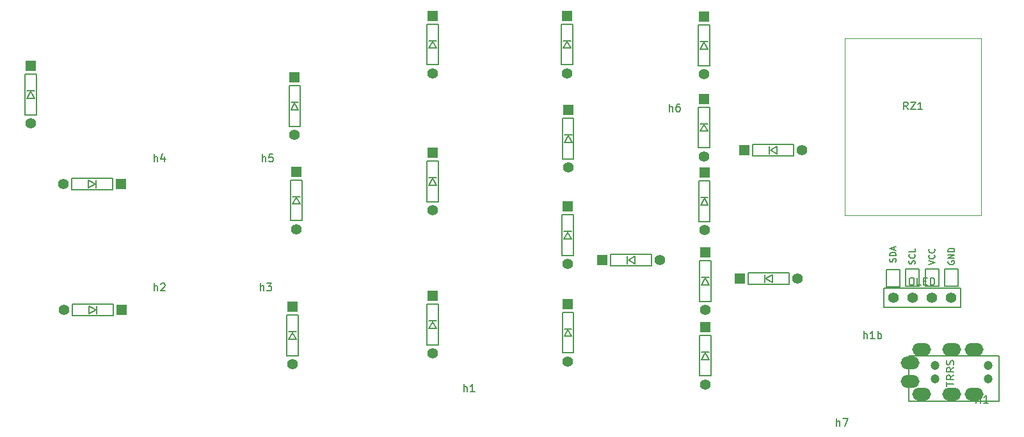
<source format=gto>
G04 #@! TF.GenerationSoftware,KiCad,Pcbnew,(6.0.7)*
G04 #@! TF.CreationDate,2022-09-10T18:50:32+02:00*
G04 #@! TF.ProjectId,chococorne,63686f63-6f63-46f7-926e-652e6b696361,2.1*
G04 #@! TF.SameCoordinates,Original*
G04 #@! TF.FileFunction,Legend,Top*
G04 #@! TF.FilePolarity,Positive*
%FSLAX46Y46*%
G04 Gerber Fmt 4.6, Leading zero omitted, Abs format (unit mm)*
G04 Created by KiCad (PCBNEW (6.0.7)) date 2022-09-10 18:50:32*
%MOMM*%
%LPD*%
G01*
G04 APERTURE LIST*
%ADD10C,0.150000*%
%ADD11C,0.120000*%
%ADD12R,1.397000X1.397000*%
%ADD13C,1.397000*%
%ADD14C,1.200000*%
%ADD15O,2.500000X1.700000*%
G04 APERTURE END LIST*
D10*
X180962380Y-101181904D02*
X180962380Y-100610476D01*
X181962380Y-100896190D02*
X180962380Y-100896190D01*
X181962380Y-99705714D02*
X181486190Y-100039047D01*
X181962380Y-100277142D02*
X180962380Y-100277142D01*
X180962380Y-99896190D01*
X181010000Y-99800952D01*
X181057619Y-99753333D01*
X181152857Y-99705714D01*
X181295714Y-99705714D01*
X181390952Y-99753333D01*
X181438571Y-99800952D01*
X181486190Y-99896190D01*
X181486190Y-100277142D01*
X181962380Y-98705714D02*
X181486190Y-99039047D01*
X181962380Y-99277142D02*
X180962380Y-99277142D01*
X180962380Y-98896190D01*
X181010000Y-98800952D01*
X181057619Y-98753333D01*
X181152857Y-98705714D01*
X181295714Y-98705714D01*
X181390952Y-98753333D01*
X181438571Y-98800952D01*
X181486190Y-98896190D01*
X181486190Y-99277142D01*
X181914761Y-98324761D02*
X181962380Y-98181904D01*
X181962380Y-97943809D01*
X181914761Y-97848571D01*
X181867142Y-97800952D01*
X181771904Y-97753333D01*
X181676666Y-97753333D01*
X181581428Y-97800952D01*
X181533809Y-97848571D01*
X181486190Y-97943809D01*
X181438571Y-98134285D01*
X181390952Y-98229523D01*
X181343333Y-98277142D01*
X181248095Y-98324761D01*
X181152857Y-98324761D01*
X181057619Y-98277142D01*
X181010000Y-98229523D01*
X180962380Y-98134285D01*
X180962380Y-97896190D01*
X181010000Y-97753333D01*
X178624895Y-85069733D02*
X179437695Y-84798800D01*
X178624895Y-84527866D01*
X179360285Y-83792476D02*
X179398990Y-83831180D01*
X179437695Y-83947295D01*
X179437695Y-84024704D01*
X179398990Y-84140819D01*
X179321580Y-84218228D01*
X179244171Y-84256933D01*
X179089352Y-84295638D01*
X178973238Y-84295638D01*
X178818419Y-84256933D01*
X178741009Y-84218228D01*
X178663600Y-84140819D01*
X178624895Y-84024704D01*
X178624895Y-83947295D01*
X178663600Y-83831180D01*
X178702304Y-83792476D01*
X179360285Y-82979676D02*
X179398990Y-83018380D01*
X179437695Y-83134495D01*
X179437695Y-83211904D01*
X179398990Y-83328019D01*
X179321580Y-83405428D01*
X179244171Y-83444133D01*
X179089352Y-83482838D01*
X178973238Y-83482838D01*
X178818419Y-83444133D01*
X178741009Y-83405428D01*
X178663600Y-83328019D01*
X178624895Y-83211904D01*
X178624895Y-83134495D01*
X178663600Y-83018380D01*
X178702304Y-82979676D01*
X176277619Y-86792380D02*
X176468095Y-86792380D01*
X176563333Y-86840000D01*
X176658571Y-86935238D01*
X176706190Y-87125714D01*
X176706190Y-87459047D01*
X176658571Y-87649523D01*
X176563333Y-87744761D01*
X176468095Y-87792380D01*
X176277619Y-87792380D01*
X176182380Y-87744761D01*
X176087142Y-87649523D01*
X176039523Y-87459047D01*
X176039523Y-87125714D01*
X176087142Y-86935238D01*
X176182380Y-86840000D01*
X176277619Y-86792380D01*
X177610952Y-87792380D02*
X177134761Y-87792380D01*
X177134761Y-86792380D01*
X177944285Y-87268571D02*
X178277619Y-87268571D01*
X178420476Y-87792380D02*
X177944285Y-87792380D01*
X177944285Y-86792380D01*
X178420476Y-86792380D01*
X178849047Y-87792380D02*
X178849047Y-86792380D01*
X179087142Y-86792380D01*
X179230000Y-86840000D01*
X179325238Y-86935238D01*
X179372857Y-87030476D01*
X179420476Y-87220952D01*
X179420476Y-87363809D01*
X179372857Y-87554285D01*
X179325238Y-87649523D01*
X179230000Y-87744761D01*
X179087142Y-87792380D01*
X178849047Y-87792380D01*
X176798990Y-84973619D02*
X176837695Y-84857504D01*
X176837695Y-84663980D01*
X176798990Y-84586571D01*
X176760285Y-84547866D01*
X176682876Y-84509161D01*
X176605466Y-84509161D01*
X176528057Y-84547866D01*
X176489352Y-84586571D01*
X176450647Y-84663980D01*
X176411942Y-84818800D01*
X176373238Y-84896209D01*
X176334533Y-84934914D01*
X176257123Y-84973619D01*
X176179714Y-84973619D01*
X176102304Y-84934914D01*
X176063600Y-84896209D01*
X176024895Y-84818800D01*
X176024895Y-84625276D01*
X176063600Y-84509161D01*
X176760285Y-83696361D02*
X176798990Y-83735066D01*
X176837695Y-83851180D01*
X176837695Y-83928590D01*
X176798990Y-84044704D01*
X176721580Y-84122114D01*
X176644171Y-84160819D01*
X176489352Y-84199523D01*
X176373238Y-84199523D01*
X176218419Y-84160819D01*
X176141009Y-84122114D01*
X176063600Y-84044704D01*
X176024895Y-83928590D01*
X176024895Y-83851180D01*
X176063600Y-83735066D01*
X176102304Y-83696361D01*
X176837695Y-82960971D02*
X176837695Y-83348019D01*
X176024895Y-83348019D01*
X174258990Y-84713333D02*
X174297695Y-84597219D01*
X174297695Y-84403695D01*
X174258990Y-84326285D01*
X174220285Y-84287580D01*
X174142876Y-84248876D01*
X174065466Y-84248876D01*
X173988057Y-84287580D01*
X173949352Y-84326285D01*
X173910647Y-84403695D01*
X173871942Y-84558514D01*
X173833238Y-84635923D01*
X173794533Y-84674628D01*
X173717123Y-84713333D01*
X173639714Y-84713333D01*
X173562304Y-84674628D01*
X173523600Y-84635923D01*
X173484895Y-84558514D01*
X173484895Y-84364990D01*
X173523600Y-84248876D01*
X174297695Y-83900533D02*
X173484895Y-83900533D01*
X173484895Y-83707009D01*
X173523600Y-83590895D01*
X173601009Y-83513485D01*
X173678419Y-83474780D01*
X173833238Y-83436076D01*
X173949352Y-83436076D01*
X174104171Y-83474780D01*
X174181580Y-83513485D01*
X174258990Y-83590895D01*
X174297695Y-83707009D01*
X174297695Y-83900533D01*
X174065466Y-83126438D02*
X174065466Y-82739390D01*
X174297695Y-83203847D02*
X173484895Y-82932914D01*
X174297695Y-82661980D01*
X181233600Y-84595676D02*
X181194895Y-84673085D01*
X181194895Y-84789200D01*
X181233600Y-84905314D01*
X181311009Y-84982723D01*
X181388419Y-85021428D01*
X181543238Y-85060133D01*
X181659352Y-85060133D01*
X181814171Y-85021428D01*
X181891580Y-84982723D01*
X181968990Y-84905314D01*
X182007695Y-84789200D01*
X182007695Y-84711790D01*
X181968990Y-84595676D01*
X181930285Y-84556971D01*
X181659352Y-84556971D01*
X181659352Y-84711790D01*
X182007695Y-84208628D02*
X181194895Y-84208628D01*
X182007695Y-83744171D01*
X181194895Y-83744171D01*
X182007695Y-83357123D02*
X181194895Y-83357123D01*
X181194895Y-83163600D01*
X181233600Y-83047485D01*
X181311009Y-82970076D01*
X181388419Y-82931371D01*
X181543238Y-82892666D01*
X181659352Y-82892666D01*
X181814171Y-82931371D01*
X181891580Y-82970076D01*
X181968990Y-83047485D01*
X182007695Y-83163600D01*
X182007695Y-83357123D01*
X170037142Y-94882380D02*
X170037142Y-93882380D01*
X170465714Y-94882380D02*
X170465714Y-94358571D01*
X170418095Y-94263333D01*
X170322857Y-94215714D01*
X170180000Y-94215714D01*
X170084761Y-94263333D01*
X170037142Y-94310952D01*
X171465714Y-94882380D02*
X170894285Y-94882380D01*
X171180000Y-94882380D02*
X171180000Y-93882380D01*
X171084761Y-94025238D01*
X170989523Y-94120476D01*
X170894285Y-94168095D01*
X171894285Y-94882380D02*
X171894285Y-93882380D01*
X171894285Y-94263333D02*
X171989523Y-94215714D01*
X172180000Y-94215714D01*
X172275238Y-94263333D01*
X172322857Y-94310952D01*
X172370476Y-94406190D01*
X172370476Y-94691904D01*
X172322857Y-94787142D01*
X172275238Y-94834761D01*
X172180000Y-94882380D01*
X171989523Y-94882380D01*
X171894285Y-94834761D01*
X184918095Y-103382380D02*
X184918095Y-102382380D01*
X184918095Y-102858571D02*
X185489523Y-102858571D01*
X185489523Y-103382380D02*
X185489523Y-102382380D01*
X186489523Y-103382380D02*
X185918095Y-103382380D01*
X186203809Y-103382380D02*
X186203809Y-102382380D01*
X186108571Y-102525238D01*
X186013333Y-102620476D01*
X185918095Y-102668095D01*
X90489523Y-71432380D02*
X90489523Y-70432380D01*
X90918095Y-71432380D02*
X90918095Y-70908571D01*
X90870476Y-70813333D01*
X90775238Y-70765714D01*
X90632380Y-70765714D01*
X90537142Y-70813333D01*
X90489523Y-70860952D01*
X91870476Y-70432380D02*
X91394285Y-70432380D01*
X91346666Y-70908571D01*
X91394285Y-70860952D01*
X91489523Y-70813333D01*
X91727619Y-70813333D01*
X91822857Y-70860952D01*
X91870476Y-70908571D01*
X91918095Y-71003809D01*
X91918095Y-71241904D01*
X91870476Y-71337142D01*
X91822857Y-71384761D01*
X91727619Y-71432380D01*
X91489523Y-71432380D01*
X91394285Y-71384761D01*
X91346666Y-71337142D01*
X144329523Y-64772380D02*
X144329523Y-63772380D01*
X144758095Y-64772380D02*
X144758095Y-64248571D01*
X144710476Y-64153333D01*
X144615238Y-64105714D01*
X144472380Y-64105714D01*
X144377142Y-64153333D01*
X144329523Y-64200952D01*
X145662857Y-63772380D02*
X145472380Y-63772380D01*
X145377142Y-63820000D01*
X145329523Y-63867619D01*
X145234285Y-64010476D01*
X145186666Y-64200952D01*
X145186666Y-64581904D01*
X145234285Y-64677142D01*
X145281904Y-64724761D01*
X145377142Y-64772380D01*
X145567619Y-64772380D01*
X145662857Y-64724761D01*
X145710476Y-64677142D01*
X145758095Y-64581904D01*
X145758095Y-64343809D01*
X145710476Y-64248571D01*
X145662857Y-64200952D01*
X145567619Y-64153333D01*
X145377142Y-64153333D01*
X145281904Y-64200952D01*
X145234285Y-64248571D01*
X145186666Y-64343809D01*
X76179523Y-71402380D02*
X76179523Y-70402380D01*
X76608095Y-71402380D02*
X76608095Y-70878571D01*
X76560476Y-70783333D01*
X76465238Y-70735714D01*
X76322380Y-70735714D01*
X76227142Y-70783333D01*
X76179523Y-70830952D01*
X77512857Y-70735714D02*
X77512857Y-71402380D01*
X77274761Y-70354761D02*
X77036666Y-71069047D01*
X77655714Y-71069047D01*
X117129523Y-101902380D02*
X117129523Y-100902380D01*
X117558095Y-101902380D02*
X117558095Y-101378571D01*
X117510476Y-101283333D01*
X117415238Y-101235714D01*
X117272380Y-101235714D01*
X117177142Y-101283333D01*
X117129523Y-101330952D01*
X118558095Y-101902380D02*
X117986666Y-101902380D01*
X118272380Y-101902380D02*
X118272380Y-100902380D01*
X118177142Y-101045238D01*
X118081904Y-101140476D01*
X117986666Y-101188095D01*
X166449523Y-106452380D02*
X166449523Y-105452380D01*
X166878095Y-106452380D02*
X166878095Y-105928571D01*
X166830476Y-105833333D01*
X166735238Y-105785714D01*
X166592380Y-105785714D01*
X166497142Y-105833333D01*
X166449523Y-105880952D01*
X167259047Y-105452380D02*
X167925714Y-105452380D01*
X167497142Y-106452380D01*
X76179523Y-88542380D02*
X76179523Y-87542380D01*
X76608095Y-88542380D02*
X76608095Y-88018571D01*
X76560476Y-87923333D01*
X76465238Y-87875714D01*
X76322380Y-87875714D01*
X76227142Y-87923333D01*
X76179523Y-87970952D01*
X77036666Y-87637619D02*
X77084285Y-87590000D01*
X77179523Y-87542380D01*
X77417619Y-87542380D01*
X77512857Y-87590000D01*
X77560476Y-87637619D01*
X77608095Y-87732857D01*
X77608095Y-87828095D01*
X77560476Y-87970952D01*
X76989047Y-88542380D01*
X77608095Y-88542380D01*
X90259523Y-88532380D02*
X90259523Y-87532380D01*
X90688095Y-88532380D02*
X90688095Y-88008571D01*
X90640476Y-87913333D01*
X90545238Y-87865714D01*
X90402380Y-87865714D01*
X90307142Y-87913333D01*
X90259523Y-87960952D01*
X91069047Y-87532380D02*
X91688095Y-87532380D01*
X91354761Y-87913333D01*
X91497619Y-87913333D01*
X91592857Y-87960952D01*
X91640476Y-88008571D01*
X91688095Y-88103809D01*
X91688095Y-88341904D01*
X91640476Y-88437142D01*
X91592857Y-88484761D01*
X91497619Y-88532380D01*
X91211904Y-88532380D01*
X91116666Y-88484761D01*
X91069047Y-88437142D01*
X175887142Y-64504380D02*
X175553809Y-64028190D01*
X175315714Y-64504380D02*
X175315714Y-63504380D01*
X175696666Y-63504380D01*
X175791904Y-63552000D01*
X175839523Y-63599619D01*
X175887142Y-63694857D01*
X175887142Y-63837714D01*
X175839523Y-63932952D01*
X175791904Y-63980571D01*
X175696666Y-64028190D01*
X175315714Y-64028190D01*
X176220476Y-63504380D02*
X176887142Y-63504380D01*
X176220476Y-64504380D01*
X176887142Y-64504380D01*
X177791904Y-64504380D02*
X177220476Y-64504380D01*
X177506190Y-64504380D02*
X177506190Y-63504380D01*
X177410952Y-63647238D01*
X177315714Y-63742476D01*
X177220476Y-63790095D01*
X94000000Y-66740000D02*
X95500000Y-66740000D01*
X95250000Y-64540000D02*
X94250000Y-64540000D01*
X94750000Y-63640000D02*
X95250000Y-64540000D01*
X94000000Y-61340000D02*
X94000000Y-66740000D01*
X95250000Y-63540000D02*
X94250000Y-63540000D01*
X95500000Y-66740000D02*
X95500000Y-61340000D01*
X94250000Y-64540000D02*
X94750000Y-63640000D01*
X95500000Y-61340000D02*
X94000000Y-61340000D01*
X112530000Y-56380000D02*
X113030000Y-55480000D01*
X113530000Y-56380000D02*
X112530000Y-56380000D01*
X113780000Y-53180000D02*
X112280000Y-53180000D01*
X113530000Y-55380000D02*
X112530000Y-55380000D01*
X113030000Y-55480000D02*
X113530000Y-56380000D01*
X113780000Y-58580000D02*
X113780000Y-53180000D01*
X112280000Y-58580000D02*
X113780000Y-58580000D01*
X112280000Y-53180000D02*
X112280000Y-58580000D01*
X130310000Y-56380000D02*
X130810000Y-55480000D01*
X131310000Y-56380000D02*
X130310000Y-56380000D01*
X130810000Y-55480000D02*
X131310000Y-56380000D01*
X131560000Y-58580000D02*
X131560000Y-53180000D01*
X131310000Y-55380000D02*
X130310000Y-55380000D01*
X130060000Y-58580000D02*
X131560000Y-58580000D01*
X130060000Y-53180000D02*
X130060000Y-58580000D01*
X131560000Y-53180000D02*
X130060000Y-53180000D01*
X148140000Y-53320000D02*
X148140000Y-58720000D01*
X149390000Y-55520000D02*
X148390000Y-55520000D01*
X148390000Y-56520000D02*
X148890000Y-55620000D01*
X149390000Y-56520000D02*
X148390000Y-56520000D01*
X149640000Y-58720000D02*
X149640000Y-53320000D01*
X148140000Y-58720000D02*
X149640000Y-58720000D01*
X149640000Y-53320000D02*
X148140000Y-53320000D01*
X148890000Y-55620000D02*
X149390000Y-56520000D01*
X148900000Y-66490000D02*
X149400000Y-67390000D01*
X148150000Y-64190000D02*
X148150000Y-69590000D01*
X149650000Y-64190000D02*
X148150000Y-64190000D01*
X149650000Y-69590000D02*
X149650000Y-64190000D01*
X148150000Y-69590000D02*
X149650000Y-69590000D01*
X149400000Y-66390000D02*
X148400000Y-66390000D01*
X148400000Y-67390000D02*
X148900000Y-66490000D01*
X149400000Y-67390000D02*
X148400000Y-67390000D01*
X95730000Y-73840000D02*
X94230000Y-73840000D01*
X95480000Y-76040000D02*
X94480000Y-76040000D01*
X94230000Y-79240000D02*
X95730000Y-79240000D01*
X95480000Y-77040000D02*
X94480000Y-77040000D01*
X94980000Y-76140000D02*
X95480000Y-77040000D01*
X95730000Y-79240000D02*
X95730000Y-73840000D01*
X94230000Y-73840000D02*
X94230000Y-79240000D01*
X94480000Y-77040000D02*
X94980000Y-76140000D01*
X112280000Y-76725000D02*
X113780000Y-76725000D01*
X113530000Y-73525000D02*
X112530000Y-73525000D01*
X113030000Y-73625000D02*
X113530000Y-74525000D01*
X113780000Y-76725000D02*
X113780000Y-71325000D01*
X112280000Y-71325000D02*
X112280000Y-76725000D01*
X113780000Y-71325000D02*
X112280000Y-71325000D01*
X113530000Y-74525000D02*
X112530000Y-74525000D01*
X112530000Y-74525000D02*
X113030000Y-73625000D01*
X131670000Y-65660000D02*
X130170000Y-65660000D01*
X130920000Y-67960000D02*
X131420000Y-68860000D01*
X130170000Y-71060000D02*
X131670000Y-71060000D01*
X130420000Y-68860000D02*
X130920000Y-67960000D01*
X131420000Y-67860000D02*
X130420000Y-67860000D01*
X131670000Y-71060000D02*
X131670000Y-65660000D01*
X130170000Y-65660000D02*
X130170000Y-71060000D01*
X131420000Y-68860000D02*
X130420000Y-68860000D01*
X157570000Y-69390000D02*
X157570000Y-70390000D01*
X160770000Y-69140000D02*
X155370000Y-69140000D01*
X157670000Y-69890000D02*
X158570000Y-69390000D01*
X155370000Y-69140000D02*
X155370000Y-70640000D01*
X158570000Y-69390000D02*
X158570000Y-70390000D01*
X155370000Y-70640000D02*
X160770000Y-70640000D01*
X160770000Y-70640000D02*
X160770000Y-69140000D01*
X158570000Y-70390000D02*
X157670000Y-69890000D01*
X149450000Y-76175000D02*
X148450000Y-76175000D01*
X148200000Y-73975000D02*
X148200000Y-79375000D01*
X149450000Y-77175000D02*
X148450000Y-77175000D01*
X148200000Y-79375000D02*
X149700000Y-79375000D01*
X148950000Y-76275000D02*
X149450000Y-77175000D01*
X149700000Y-79375000D02*
X149700000Y-73975000D01*
X149700000Y-73975000D02*
X148200000Y-73975000D01*
X148450000Y-77175000D02*
X148950000Y-76275000D01*
X94480000Y-94075000D02*
X94980000Y-94975000D01*
X94980000Y-93975000D02*
X93980000Y-93975000D01*
X93980000Y-94975000D02*
X94480000Y-94075000D01*
X94980000Y-94975000D02*
X93980000Y-94975000D01*
X93730000Y-97175000D02*
X95230000Y-97175000D01*
X95230000Y-91775000D02*
X93730000Y-91775000D01*
X95230000Y-97175000D02*
X95230000Y-91775000D01*
X93730000Y-91775000D02*
X93730000Y-97175000D01*
X113030000Y-92625000D02*
X113530000Y-93525000D01*
X113530000Y-92525000D02*
X112530000Y-92525000D01*
X113780000Y-90325000D02*
X112280000Y-90325000D01*
X112280000Y-90325000D02*
X112280000Y-95725000D01*
X112280000Y-95725000D02*
X113780000Y-95725000D01*
X113780000Y-95725000D02*
X113780000Y-90325000D01*
X112530000Y-93525000D02*
X113030000Y-92625000D01*
X113530000Y-93525000D02*
X112530000Y-93525000D01*
X131390000Y-81680000D02*
X130390000Y-81680000D01*
X130140000Y-83880000D02*
X131640000Y-83880000D01*
X130890000Y-80780000D02*
X131390000Y-81680000D01*
X131640000Y-83880000D02*
X131640000Y-78480000D01*
X130390000Y-81680000D02*
X130890000Y-80780000D01*
X131390000Y-80680000D02*
X130390000Y-80680000D01*
X130140000Y-78480000D02*
X130140000Y-83880000D01*
X131640000Y-78480000D02*
X130140000Y-78480000D01*
X154750000Y-86160000D02*
X154750000Y-87660000D01*
X154750000Y-87660000D02*
X160150000Y-87660000D01*
X160150000Y-87660000D02*
X160150000Y-86160000D01*
X156950000Y-86410000D02*
X156950000Y-87410000D01*
X157950000Y-87410000D02*
X157050000Y-86910000D01*
X160150000Y-86160000D02*
X154750000Y-86160000D01*
X157950000Y-86410000D02*
X157950000Y-87410000D01*
X157050000Y-86910000D02*
X157950000Y-86410000D01*
X148300000Y-89940000D02*
X149800000Y-89940000D01*
X149800000Y-89940000D02*
X149800000Y-84540000D01*
X148300000Y-84540000D02*
X148300000Y-89940000D01*
X149550000Y-86740000D02*
X148550000Y-86740000D01*
X149050000Y-86840000D02*
X149550000Y-87740000D01*
X149800000Y-84540000D02*
X148300000Y-84540000D01*
X149550000Y-87740000D02*
X148550000Y-87740000D01*
X148550000Y-87740000D02*
X149050000Y-86840000D01*
X141970000Y-83730000D02*
X136570000Y-83730000D01*
X139770000Y-83980000D02*
X139770000Y-84980000D01*
X139770000Y-84980000D02*
X138870000Y-84480000D01*
X136570000Y-85230000D02*
X141970000Y-85230000D01*
X136570000Y-83730000D02*
X136570000Y-85230000D01*
X138870000Y-84480000D02*
X139770000Y-83980000D01*
X138770000Y-83980000D02*
X138770000Y-84980000D01*
X141970000Y-85230000D02*
X141970000Y-83730000D01*
X130160000Y-96770000D02*
X131660000Y-96770000D01*
X131410000Y-93570000D02*
X130410000Y-93570000D01*
X131410000Y-94570000D02*
X130410000Y-94570000D01*
X130910000Y-93670000D02*
X131410000Y-94570000D01*
X131660000Y-96770000D02*
X131660000Y-91370000D01*
X130410000Y-94570000D02*
X130910000Y-93670000D01*
X131660000Y-91370000D02*
X130160000Y-91370000D01*
X130160000Y-91370000D02*
X130160000Y-96770000D01*
X148300000Y-99820000D02*
X149800000Y-99820000D01*
X148300000Y-94420000D02*
X148300000Y-99820000D01*
X149050000Y-96720000D02*
X149550000Y-97620000D01*
X148550000Y-97620000D02*
X149050000Y-96720000D01*
X149550000Y-96620000D02*
X148550000Y-96620000D01*
X149800000Y-99820000D02*
X149800000Y-94420000D01*
X149800000Y-94420000D02*
X148300000Y-94420000D01*
X149550000Y-97620000D02*
X148550000Y-97620000D01*
X175960000Y-97170000D02*
X187960000Y-97170000D01*
X187960000Y-103170000D02*
X175960000Y-103170000D01*
X187960000Y-97170000D02*
X187960000Y-103170000D01*
X175960000Y-103170000D02*
X175960000Y-97170000D01*
X67460000Y-74850000D02*
X67460000Y-73850000D01*
X68360000Y-74350000D02*
X67460000Y-74850000D01*
X67460000Y-73850000D02*
X68360000Y-74350000D01*
X70660000Y-73600000D02*
X65260000Y-73600000D01*
X70660000Y-75100000D02*
X70660000Y-73600000D01*
X68460000Y-74850000D02*
X68460000Y-73850000D01*
X65260000Y-73600000D02*
X65260000Y-75100000D01*
X65260000Y-75100000D02*
X70660000Y-75100000D01*
X70750000Y-90300000D02*
X65350000Y-90300000D01*
X68550000Y-91550000D02*
X68550000Y-90550000D01*
X70750000Y-91800000D02*
X70750000Y-90300000D01*
X67550000Y-91550000D02*
X67550000Y-90550000D01*
X68450000Y-91050000D02*
X67550000Y-91550000D01*
X65350000Y-90300000D02*
X65350000Y-91800000D01*
X67550000Y-90550000D02*
X68450000Y-91050000D01*
X65350000Y-91800000D02*
X70750000Y-91800000D01*
X178181000Y-87923000D02*
X178181000Y-85637000D01*
X179959000Y-85637000D02*
X179959000Y-87923000D01*
X179959000Y-87923000D02*
X178181000Y-87923000D01*
X178181000Y-85637000D02*
X179959000Y-85637000D01*
X182820000Y-88170000D02*
X182820000Y-90710000D01*
X172660000Y-88170000D02*
X182820000Y-88170000D01*
X172660000Y-90710000D02*
X182820000Y-90710000D01*
X172660000Y-90710000D02*
X172660000Y-88170000D01*
X175581000Y-87943000D02*
X175581000Y-85657000D01*
X175581000Y-85657000D02*
X177359000Y-85657000D01*
X177359000Y-87943000D02*
X175581000Y-87943000D01*
X177359000Y-85657000D02*
X177359000Y-87943000D01*
X173041000Y-85687000D02*
X174819000Y-85687000D01*
X174819000Y-85687000D02*
X174819000Y-87973000D01*
X174819000Y-87973000D02*
X173041000Y-87973000D01*
X173041000Y-87973000D02*
X173041000Y-85687000D01*
X182529000Y-87913400D02*
X180751000Y-87913400D01*
X180751000Y-85627400D02*
X182529000Y-85627400D01*
X182529000Y-85627400D02*
X182529000Y-87913400D01*
X180751000Y-87913400D02*
X180751000Y-85627400D01*
X60570000Y-59820000D02*
X59070000Y-59820000D01*
X60320000Y-63020000D02*
X59320000Y-63020000D01*
X60320000Y-62020000D02*
X59320000Y-62020000D01*
X59820000Y-62120000D02*
X60320000Y-63020000D01*
X60570000Y-65220000D02*
X60570000Y-59820000D01*
X59070000Y-65220000D02*
X60570000Y-65220000D01*
X59070000Y-59820000D02*
X59070000Y-65220000D01*
X59320000Y-63020000D02*
X59820000Y-62120000D01*
D11*
X167530000Y-55052000D02*
X167530000Y-78552000D01*
X185530000Y-55052000D02*
X167530000Y-55052000D01*
X167530000Y-78552000D02*
X185530000Y-78552000D01*
X185530000Y-78552000D02*
X185530000Y-55052000D01*
D12*
X94750000Y-60230000D03*
D13*
X94750000Y-67850000D03*
D12*
X113030000Y-52070000D03*
D13*
X113030000Y-59690000D03*
D12*
X130810000Y-52070000D03*
D13*
X130810000Y-59690000D03*
D12*
X148890000Y-52210000D03*
D13*
X148890000Y-59830000D03*
D12*
X148900000Y-63080000D03*
D13*
X148900000Y-70700000D03*
D12*
X94980000Y-72730000D03*
D13*
X94980000Y-80350000D03*
D12*
X113030000Y-70215000D03*
D13*
X113030000Y-77835000D03*
D12*
X130920000Y-64550000D03*
D13*
X130920000Y-72170000D03*
D12*
X154260000Y-69890000D03*
D13*
X161880000Y-69890000D03*
D12*
X148950000Y-72865000D03*
D13*
X148950000Y-80485000D03*
D12*
X94480000Y-90665000D03*
D13*
X94480000Y-98285000D03*
D12*
X113030000Y-89215000D03*
D13*
X113030000Y-96835000D03*
D12*
X130890000Y-77370000D03*
D13*
X130890000Y-84990000D03*
D12*
X153640000Y-86910000D03*
D13*
X161260000Y-86910000D03*
D12*
X149050000Y-83430000D03*
D13*
X149050000Y-91050000D03*
D12*
X135460000Y-84480000D03*
D13*
X143080000Y-84480000D03*
D12*
X130910000Y-90260000D03*
D13*
X130910000Y-97880000D03*
D12*
X149050000Y-93310000D03*
D13*
X149050000Y-100930000D03*
D14*
X186460000Y-100170000D03*
X179460000Y-98420000D03*
X186460000Y-98420000D03*
X179460000Y-100170000D03*
D15*
X176160000Y-98070000D03*
X176160000Y-100520000D03*
X184660000Y-96320000D03*
X184660000Y-102270000D03*
X181660000Y-102270000D03*
X181660000Y-96320000D03*
X177660000Y-102270000D03*
X177660000Y-96320000D03*
D12*
X71770000Y-74350000D03*
D13*
X64150000Y-74350000D03*
D12*
X71860000Y-91050000D03*
D13*
X64240000Y-91050000D03*
X173930000Y-89440000D03*
X176470000Y-89440000D03*
X179010000Y-89440000D03*
X181550000Y-89440000D03*
D12*
X59820000Y-58710000D03*
D13*
X59820000Y-66330000D03*
M02*

</source>
